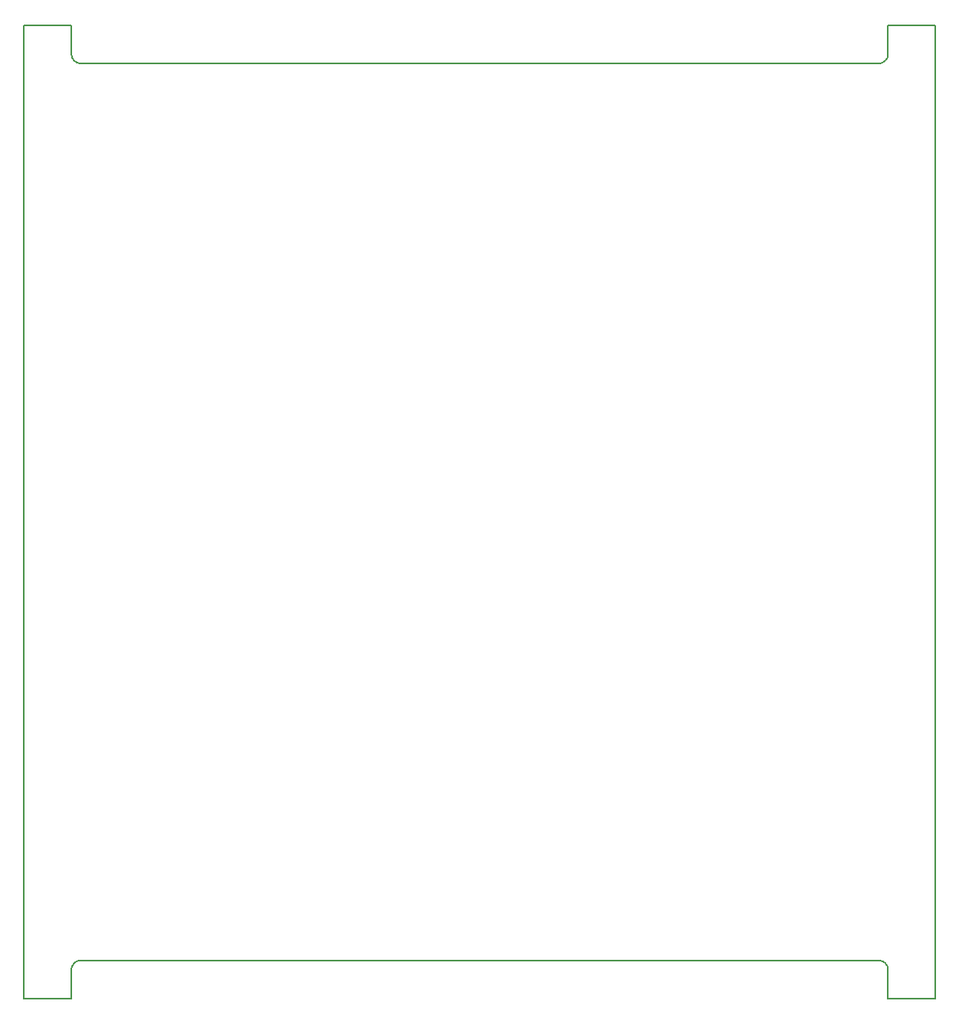
<source format=gm1>
G04 Layer_Color=16711935*
%FSLAX25Y25*%
%MOIN*%
G70*
G01*
G75*
%ADD103C,0.00800*%
D103*
X120000Y505200D02*
G03*
X124000Y501200I4000J0D01*
G01*
X459800D02*
G03*
X463800Y505200I0J4000D01*
G01*
X124000Y124000D02*
G03*
X120000Y120000I0J-4000D01*
G01*
X463800D02*
G03*
X459800Y124000I-4000J0D01*
G01*
X100000Y107900D02*
X120000D01*
X100000D02*
Y517300D01*
X120000D01*
X483800Y107900D02*
Y517300D01*
X463800D02*
X483800D01*
X120000Y505200D02*
Y517300D01*
X463800Y505200D02*
Y517300D01*
X124000Y501200D02*
X459800D01*
X124000Y124000D02*
X459800D01*
X120000Y107900D02*
Y120000D01*
X463800Y107900D02*
Y120000D01*
Y107900D02*
X483800D01*
M02*

</source>
